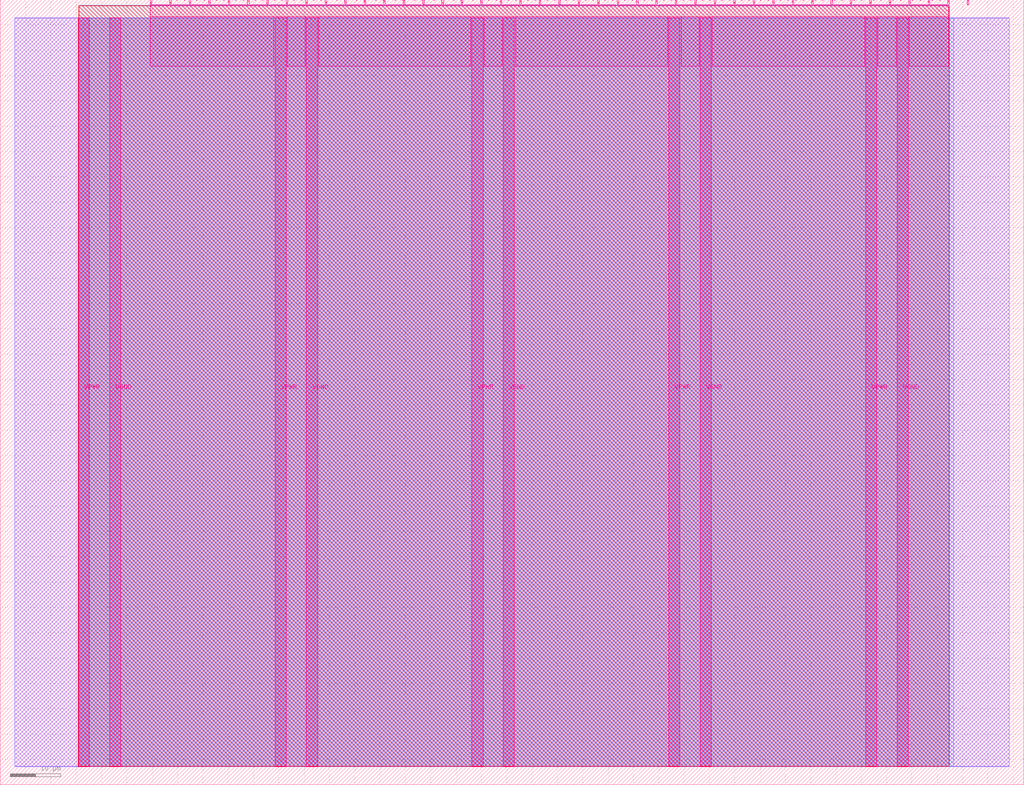
<source format=lef>
VERSION 5.7 ;
  NOWIREEXTENSIONATPIN ON ;
  DIVIDERCHAR "/" ;
  BUSBITCHARS "[]" ;
MACRO tt_um_anislam
  CLASS BLOCK ;
  FOREIGN tt_um_anislam ;
  ORIGIN 0.000 0.000 ;
  SIZE 202.080 BY 154.980 ;
  PIN VGND
    DIRECTION INOUT ;
    USE GROUND ;
    PORT
      LAYER Metal5 ;
        RECT 21.580 3.560 23.780 151.420 ;
    END
    PORT
      LAYER Metal5 ;
        RECT 60.450 3.560 62.650 151.420 ;
    END
    PORT
      LAYER Metal5 ;
        RECT 99.320 3.560 101.520 151.420 ;
    END
    PORT
      LAYER Metal5 ;
        RECT 138.190 3.560 140.390 151.420 ;
    END
    PORT
      LAYER Metal5 ;
        RECT 177.060 3.560 179.260 151.420 ;
    END
  END VGND
  PIN VPWR
    DIRECTION INOUT ;
    USE POWER ;
    PORT
      LAYER Metal5 ;
        RECT 15.380 3.560 17.580 151.420 ;
    END
    PORT
      LAYER Metal5 ;
        RECT 54.250 3.560 56.450 151.420 ;
    END
    PORT
      LAYER Metal5 ;
        RECT 93.120 3.560 95.320 151.420 ;
    END
    PORT
      LAYER Metal5 ;
        RECT 131.990 3.560 134.190 151.420 ;
    END
    PORT
      LAYER Metal5 ;
        RECT 170.860 3.560 173.060 151.420 ;
    END
  END VPWR
  PIN clk
    DIRECTION INPUT ;
    USE SIGNAL ;
    ANTENNAGATEAREA 0.213200 ;
    PORT
      LAYER Metal5 ;
        RECT 187.050 153.980 187.350 154.980 ;
    END
  END clk
  PIN ena
    DIRECTION INPUT ;
    USE SIGNAL ;
    PORT
      LAYER Metal5 ;
        RECT 190.890 153.980 191.190 154.980 ;
    END
  END ena
  PIN rst_n
    DIRECTION INPUT ;
    USE SIGNAL ;
    ANTENNAGATEAREA 0.314600 ;
    PORT
      LAYER Metal5 ;
        RECT 183.210 153.980 183.510 154.980 ;
    END
  END rst_n
  PIN ui_in[0]
    DIRECTION INPUT ;
    USE SIGNAL ;
    ANTENNAGATEAREA 0.213200 ;
    PORT
      LAYER Metal5 ;
        RECT 179.370 153.980 179.670 154.980 ;
    END
  END ui_in[0]
  PIN ui_in[1]
    DIRECTION INPUT ;
    USE SIGNAL ;
    ANTENNAGATEAREA 0.213200 ;
    PORT
      LAYER Metal5 ;
        RECT 175.530 153.980 175.830 154.980 ;
    END
  END ui_in[1]
  PIN ui_in[2]
    DIRECTION INPUT ;
    USE SIGNAL ;
    ANTENNAGATEAREA 0.180700 ;
    PORT
      LAYER Metal5 ;
        RECT 171.690 153.980 171.990 154.980 ;
    END
  END ui_in[2]
  PIN ui_in[3]
    DIRECTION INPUT ;
    USE SIGNAL ;
    ANTENNAGATEAREA 0.213200 ;
    PORT
      LAYER Metal5 ;
        RECT 167.850 153.980 168.150 154.980 ;
    END
  END ui_in[3]
  PIN ui_in[4]
    DIRECTION INPUT ;
    USE SIGNAL ;
    ANTENNAGATEAREA 0.213200 ;
    PORT
      LAYER Metal5 ;
        RECT 164.010 153.980 164.310 154.980 ;
    END
  END ui_in[4]
  PIN ui_in[5]
    DIRECTION INPUT ;
    USE SIGNAL ;
    ANTENNAGATEAREA 0.213200 ;
    PORT
      LAYER Metal5 ;
        RECT 160.170 153.980 160.470 154.980 ;
    END
  END ui_in[5]
  PIN ui_in[6]
    DIRECTION INPUT ;
    USE SIGNAL ;
    ANTENNAGATEAREA 0.180700 ;
    PORT
      LAYER Metal5 ;
        RECT 156.330 153.980 156.630 154.980 ;
    END
  END ui_in[6]
  PIN ui_in[7]
    DIRECTION INPUT ;
    USE SIGNAL ;
    ANTENNAGATEAREA 0.180700 ;
    PORT
      LAYER Metal5 ;
        RECT 152.490 153.980 152.790 154.980 ;
    END
  END ui_in[7]
  PIN uio_in[0]
    DIRECTION INPUT ;
    USE SIGNAL ;
    ANTENNAGATEAREA 0.180700 ;
    PORT
      LAYER Metal5 ;
        RECT 148.650 153.980 148.950 154.980 ;
    END
  END uio_in[0]
  PIN uio_in[1]
    DIRECTION INPUT ;
    USE SIGNAL ;
    ANTENNAGATEAREA 0.213200 ;
    PORT
      LAYER Metal5 ;
        RECT 144.810 153.980 145.110 154.980 ;
    END
  END uio_in[1]
  PIN uio_in[2]
    DIRECTION INPUT ;
    USE SIGNAL ;
    ANTENNAGATEAREA 0.213200 ;
    PORT
      LAYER Metal5 ;
        RECT 140.970 153.980 141.270 154.980 ;
    END
  END uio_in[2]
  PIN uio_in[3]
    DIRECTION INPUT ;
    USE SIGNAL ;
    ANTENNAGATEAREA 0.213200 ;
    PORT
      LAYER Metal5 ;
        RECT 137.130 153.980 137.430 154.980 ;
    END
  END uio_in[3]
  PIN uio_in[4]
    DIRECTION INPUT ;
    USE SIGNAL ;
    ANTENNAGATEAREA 0.180700 ;
    PORT
      LAYER Metal5 ;
        RECT 133.290 153.980 133.590 154.980 ;
    END
  END uio_in[4]
  PIN uio_in[5]
    DIRECTION INPUT ;
    USE SIGNAL ;
    ANTENNAGATEAREA 0.180700 ;
    PORT
      LAYER Metal5 ;
        RECT 129.450 153.980 129.750 154.980 ;
    END
  END uio_in[5]
  PIN uio_in[6]
    DIRECTION INPUT ;
    USE SIGNAL ;
    ANTENNAGATEAREA 0.180700 ;
    PORT
      LAYER Metal5 ;
        RECT 125.610 153.980 125.910 154.980 ;
    END
  END uio_in[6]
  PIN uio_in[7]
    DIRECTION INPUT ;
    USE SIGNAL ;
    ANTENNAGATEAREA 0.180700 ;
    PORT
      LAYER Metal5 ;
        RECT 121.770 153.980 122.070 154.980 ;
    END
  END uio_in[7]
  PIN uio_oe[0]
    DIRECTION OUTPUT ;
    USE SIGNAL ;
    ANTENNADIFFAREA 0.299200 ;
    PORT
      LAYER Metal5 ;
        RECT 56.490 153.980 56.790 154.980 ;
    END
  END uio_oe[0]
  PIN uio_oe[1]
    DIRECTION OUTPUT ;
    USE SIGNAL ;
    ANTENNADIFFAREA 0.299200 ;
    PORT
      LAYER Metal5 ;
        RECT 52.650 153.980 52.950 154.980 ;
    END
  END uio_oe[1]
  PIN uio_oe[2]
    DIRECTION OUTPUT ;
    USE SIGNAL ;
    ANTENNADIFFAREA 0.299200 ;
    PORT
      LAYER Metal5 ;
        RECT 48.810 153.980 49.110 154.980 ;
    END
  END uio_oe[2]
  PIN uio_oe[3]
    DIRECTION OUTPUT ;
    USE SIGNAL ;
    ANTENNADIFFAREA 0.299200 ;
    PORT
      LAYER Metal5 ;
        RECT 44.970 153.980 45.270 154.980 ;
    END
  END uio_oe[3]
  PIN uio_oe[4]
    DIRECTION OUTPUT ;
    USE SIGNAL ;
    ANTENNADIFFAREA 0.299200 ;
    PORT
      LAYER Metal5 ;
        RECT 41.130 153.980 41.430 154.980 ;
    END
  END uio_oe[4]
  PIN uio_oe[5]
    DIRECTION OUTPUT ;
    USE SIGNAL ;
    ANTENNADIFFAREA 0.299200 ;
    PORT
      LAYER Metal5 ;
        RECT 37.290 153.980 37.590 154.980 ;
    END
  END uio_oe[5]
  PIN uio_oe[6]
    DIRECTION OUTPUT ;
    USE SIGNAL ;
    ANTENNADIFFAREA 0.299200 ;
    PORT
      LAYER Metal5 ;
        RECT 33.450 153.980 33.750 154.980 ;
    END
  END uio_oe[6]
  PIN uio_oe[7]
    DIRECTION OUTPUT ;
    USE SIGNAL ;
    ANTENNADIFFAREA 0.299200 ;
    PORT
      LAYER Metal5 ;
        RECT 29.610 153.980 29.910 154.980 ;
    END
  END uio_oe[7]
  PIN uio_out[0]
    DIRECTION OUTPUT ;
    USE SIGNAL ;
    ANTENNADIFFAREA 0.299200 ;
    PORT
      LAYER Metal5 ;
        RECT 87.210 153.980 87.510 154.980 ;
    END
  END uio_out[0]
  PIN uio_out[1]
    DIRECTION OUTPUT ;
    USE SIGNAL ;
    ANTENNADIFFAREA 0.299200 ;
    PORT
      LAYER Metal5 ;
        RECT 83.370 153.980 83.670 154.980 ;
    END
  END uio_out[1]
  PIN uio_out[2]
    DIRECTION OUTPUT ;
    USE SIGNAL ;
    ANTENNADIFFAREA 0.299200 ;
    PORT
      LAYER Metal5 ;
        RECT 79.530 153.980 79.830 154.980 ;
    END
  END uio_out[2]
  PIN uio_out[3]
    DIRECTION OUTPUT ;
    USE SIGNAL ;
    ANTENNADIFFAREA 0.299200 ;
    PORT
      LAYER Metal5 ;
        RECT 75.690 153.980 75.990 154.980 ;
    END
  END uio_out[3]
  PIN uio_out[4]
    DIRECTION OUTPUT ;
    USE SIGNAL ;
    ANTENNADIFFAREA 0.299200 ;
    PORT
      LAYER Metal5 ;
        RECT 71.850 153.980 72.150 154.980 ;
    END
  END uio_out[4]
  PIN uio_out[5]
    DIRECTION OUTPUT ;
    USE SIGNAL ;
    ANTENNADIFFAREA 0.299200 ;
    PORT
      LAYER Metal5 ;
        RECT 68.010 153.980 68.310 154.980 ;
    END
  END uio_out[5]
  PIN uio_out[6]
    DIRECTION OUTPUT ;
    USE SIGNAL ;
    ANTENNADIFFAREA 0.299200 ;
    PORT
      LAYER Metal5 ;
        RECT 64.170 153.980 64.470 154.980 ;
    END
  END uio_out[6]
  PIN uio_out[7]
    DIRECTION OUTPUT ;
    USE SIGNAL ;
    ANTENNADIFFAREA 0.299200 ;
    PORT
      LAYER Metal5 ;
        RECT 60.330 153.980 60.630 154.980 ;
    END
  END uio_out[7]
  PIN uo_out[0]
    DIRECTION OUTPUT ;
    USE SIGNAL ;
    ANTENNADIFFAREA 0.654800 ;
    PORT
      LAYER Metal5 ;
        RECT 117.930 153.980 118.230 154.980 ;
    END
  END uo_out[0]
  PIN uo_out[1]
    DIRECTION OUTPUT ;
    USE SIGNAL ;
    ANTENNADIFFAREA 0.654800 ;
    PORT
      LAYER Metal5 ;
        RECT 114.090 153.980 114.390 154.980 ;
    END
  END uo_out[1]
  PIN uo_out[2]
    DIRECTION OUTPUT ;
    USE SIGNAL ;
    ANTENNADIFFAREA 0.654800 ;
    PORT
      LAYER Metal5 ;
        RECT 110.250 153.980 110.550 154.980 ;
    END
  END uo_out[2]
  PIN uo_out[3]
    DIRECTION OUTPUT ;
    USE SIGNAL ;
    ANTENNADIFFAREA 0.654800 ;
    PORT
      LAYER Metal5 ;
        RECT 106.410 153.980 106.710 154.980 ;
    END
  END uo_out[3]
  PIN uo_out[4]
    DIRECTION OUTPUT ;
    USE SIGNAL ;
    ANTENNADIFFAREA 0.654800 ;
    PORT
      LAYER Metal5 ;
        RECT 102.570 153.980 102.870 154.980 ;
    END
  END uo_out[4]
  PIN uo_out[5]
    DIRECTION OUTPUT ;
    USE SIGNAL ;
    ANTENNADIFFAREA 0.654800 ;
    PORT
      LAYER Metal5 ;
        RECT 98.730 153.980 99.030 154.980 ;
    END
  END uo_out[5]
  PIN uo_out[6]
    DIRECTION OUTPUT ;
    USE SIGNAL ;
    ANTENNADIFFAREA 0.654800 ;
    PORT
      LAYER Metal5 ;
        RECT 94.890 153.980 95.190 154.980 ;
    END
  END uo_out[6]
  PIN uo_out[7]
    DIRECTION OUTPUT ;
    USE SIGNAL ;
    ANTENNADIFFAREA 0.654800 ;
    PORT
      LAYER Metal5 ;
        RECT 91.050 153.980 91.350 154.980 ;
    END
  END uo_out[7]
  OBS
      LAYER GatPoly ;
        RECT 2.880 3.630 199.200 151.350 ;
      LAYER Metal1 ;
        RECT 2.880 3.560 199.200 151.420 ;
      LAYER Metal2 ;
        RECT 15.515 3.680 188.260 151.300 ;
      LAYER Metal3 ;
        RECT 15.560 3.635 187.300 153.865 ;
      LAYER Metal4 ;
        RECT 15.515 3.680 187.345 153.820 ;
      LAYER Metal5 ;
        RECT 30.120 153.770 33.240 153.980 ;
        RECT 33.960 153.770 37.080 153.980 ;
        RECT 37.800 153.770 40.920 153.980 ;
        RECT 41.640 153.770 44.760 153.980 ;
        RECT 45.480 153.770 48.600 153.980 ;
        RECT 49.320 153.770 52.440 153.980 ;
        RECT 53.160 153.770 56.280 153.980 ;
        RECT 57.000 153.770 60.120 153.980 ;
        RECT 60.840 153.770 63.960 153.980 ;
        RECT 64.680 153.770 67.800 153.980 ;
        RECT 68.520 153.770 71.640 153.980 ;
        RECT 72.360 153.770 75.480 153.980 ;
        RECT 76.200 153.770 79.320 153.980 ;
        RECT 80.040 153.770 83.160 153.980 ;
        RECT 83.880 153.770 87.000 153.980 ;
        RECT 87.720 153.770 90.840 153.980 ;
        RECT 91.560 153.770 94.680 153.980 ;
        RECT 95.400 153.770 98.520 153.980 ;
        RECT 99.240 153.770 102.360 153.980 ;
        RECT 103.080 153.770 106.200 153.980 ;
        RECT 106.920 153.770 110.040 153.980 ;
        RECT 110.760 153.770 113.880 153.980 ;
        RECT 114.600 153.770 117.720 153.980 ;
        RECT 118.440 153.770 121.560 153.980 ;
        RECT 122.280 153.770 125.400 153.980 ;
        RECT 126.120 153.770 129.240 153.980 ;
        RECT 129.960 153.770 133.080 153.980 ;
        RECT 133.800 153.770 136.920 153.980 ;
        RECT 137.640 153.770 140.760 153.980 ;
        RECT 141.480 153.770 144.600 153.980 ;
        RECT 145.320 153.770 148.440 153.980 ;
        RECT 149.160 153.770 152.280 153.980 ;
        RECT 153.000 153.770 156.120 153.980 ;
        RECT 156.840 153.770 159.960 153.980 ;
        RECT 160.680 153.770 163.800 153.980 ;
        RECT 164.520 153.770 167.640 153.980 ;
        RECT 168.360 153.770 171.480 153.980 ;
        RECT 172.200 153.770 175.320 153.980 ;
        RECT 176.040 153.770 179.160 153.980 ;
        RECT 179.880 153.770 183.000 153.980 ;
        RECT 183.720 153.770 186.840 153.980 ;
        RECT 29.660 151.630 187.300 153.770 ;
        RECT 29.660 141.815 54.040 151.630 ;
        RECT 56.660 141.815 60.240 151.630 ;
        RECT 62.860 141.815 92.910 151.630 ;
        RECT 95.530 141.815 99.110 151.630 ;
        RECT 101.730 141.815 131.780 151.630 ;
        RECT 134.400 141.815 137.980 151.630 ;
        RECT 140.600 141.815 170.650 151.630 ;
        RECT 173.270 141.815 176.850 151.630 ;
        RECT 179.470 141.815 187.300 151.630 ;
  END
END tt_um_anislam
END LIBRARY


</source>
